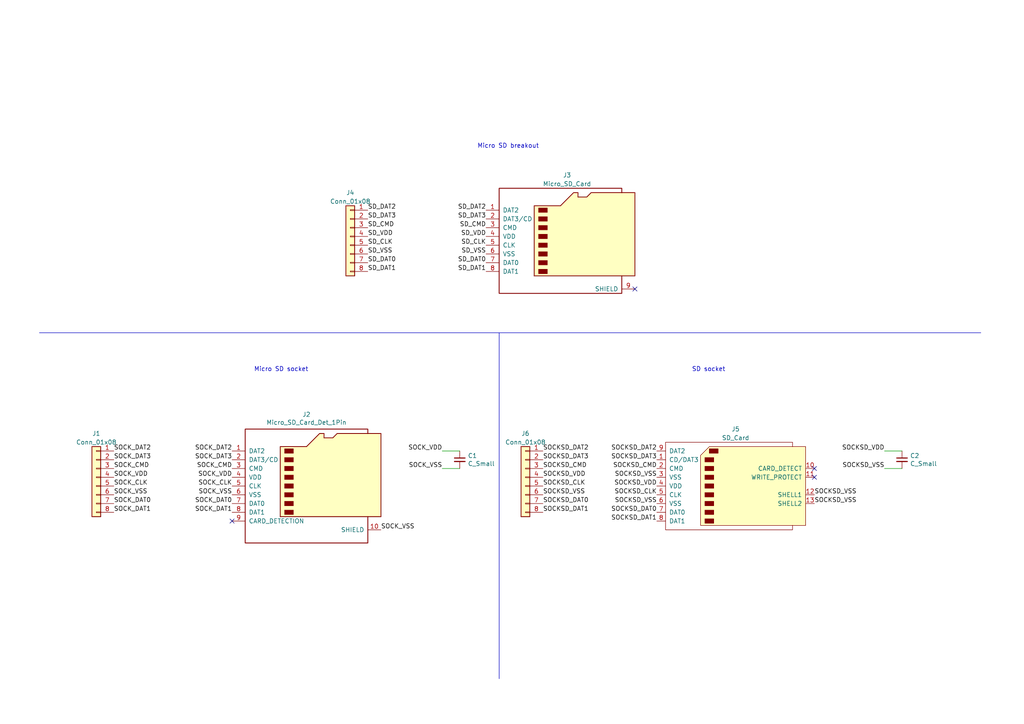
<source format=kicad_sch>
(kicad_sch (version 20230121) (generator eeschema)
  (paper "A4")
  (title_block (title "microSD breakout") (date "2023-05-26") (rev "1") (company "FLACO"))
  (lib_symbols
    (symbol "Connector:Micro_SD_Card" (pin_names (offset 1.016))
      (property "Reference" "J" (at -16.51 15.24 0))
      (property "Value" "Micro_SD_Card" (at 16.51 15.24 0))
      (symbol "Micro_SD_Card_0_1"
        (rectangle (start -7.62 -9.525) (end -5.08 -10.795) (fill (type outline)))
        (rectangle (start -7.62 -6.985) (end -5.08 -8.255) (fill (type outline)))
        (rectangle (start -7.62 -4.445) (end -5.08 -5.715) (fill (type outline)))
        (rectangle (start -7.62 -1.905) (end -5.08 -3.175) (fill (type outline)))
        (rectangle (start -7.62 0.635) (end -5.08 -0.635) (fill (type outline)))
        (rectangle (start -7.62 3.175) (end -5.08 1.905) (fill (type outline)))
        (rectangle (start -7.62 5.715) (end -5.08 4.445) (fill (type outline)))
        (rectangle (start -7.62 8.255) (end -5.08 6.985) (fill (type outline)))
        (polyline (pts (xy 16.51 12.7) (xy 16.51 13.97) (xy -19.05 13.97) (xy -19.05 -16.51) (xy 16.51 -16.51) (xy 16.51 -11.43)) (stroke (width 0.254)))
        (polyline (pts (xy -8.89 -11.43) (xy -8.89 8.89) (xy -1.27 8.89) (xy 2.54 12.7) (xy 3.81 12.7) (xy 3.81 11.43) (xy 6.35 11.43) (xy 7.62 12.7) (xy 20.32 12.7) (xy 20.32 -11.43) (xy -8.89 -11.43)) (stroke (width 0.254)) (fill (type background)))
      )
      (symbol "Micro_SD_Card_1_1"
        (pin bidirectional line (at -22.86 7.62 0) (length 3.81) (name "DAT2") (number "1"))
        (pin bidirectional line (at -22.86 5.08 0) (length 3.81) (name "DAT3/CD") (number "2"))
        (pin input line (at -22.86 2.54 0) (length 3.81) (name "CMD") (number "3"))
        (pin power_in line (at -22.86 0 0) (length 3.81) (name "VDD") (number "4"))
        (pin input line (at -22.86 -2.54 0) (length 3.81) (name "CLK") (number "5"))
        (pin power_in line (at -22.86 -5.08 0) (length 3.81) (name "VSS") (number "6"))
        (pin bidirectional line (at -22.86 -7.62 0) (length 3.81) (name "DAT0") (number "7"))
        (pin bidirectional line (at -22.86 -10.16 0) (length 3.81) (name "DAT1") (number "8"))
        (pin passive line (at 20.32 -15.24 180) (length 3.81) (name "SHIELD") (number "9"))
      )
    )
    (symbol "Connector:SD_Card" (pin_names (offset 1.016))
      (property "Reference" "J" (at -16.51 13.97 0))
      (property "Value" "SD_Card" (at 15.24 -13.97 0))
      (symbol "SD_Card_0_1"
        (rectangle (start -8.89 -9.525) (end -6.35 -10.795) (fill (type outline)))
        (rectangle (start -8.89 -6.985) (end -6.35 -8.255) (fill (type outline)))
        (rectangle (start -8.89 -4.445) (end -6.35 -5.715) (fill (type outline)))
        (rectangle (start -8.89 -1.905) (end -6.35 -3.175) (fill (type outline)))
        (rectangle (start -8.89 0.635) (end -6.35 -0.635) (fill (type outline)))
        (rectangle (start -8.89 3.175) (end -6.35 1.905) (fill (type outline)))
        (rectangle (start -8.89 5.715) (end -6.35 4.445) (fill (type outline)))
        (rectangle (start -8.89 8.255) (end -6.35 6.985) (fill (type outline)))
        (rectangle (start -7.62 10.795) (end -5.08 9.525) (fill (type outline)))
        (polyline (pts (xy -10.16 8.89) (xy -7.62 11.43) (xy 20.32 11.43) (xy 20.32 -11.43) (xy -10.16 -11.43) (xy -10.16 8.89)) (fill (type background)))
        (polyline (pts (xy 16.51 11.43) (xy 16.51 12.7) (xy -20.32 12.7) (xy -20.32 -12.7) (xy 16.51 -12.7) (xy 16.51 -11.43)))
      )
      (symbol "SD_Card_1_1"
        (pin input line (at -22.86 7.62 0) (length 2.54) (name "CD/DAT3") (number "1"))
        (pin input line (at 22.86 5.08 180) (length 2.54) (name "CARD_DETECT") (number "10"))
        (pin input line (at 22.86 2.54 180) (length 2.54) (name "WRITE_PROTECT") (number "11"))
        (pin input line (at 22.86 -2.54 180) (length 2.54) (name "SHELL1") (number "12"))
        (pin input line (at 22.86 -5.08 180) (length 2.54) (name "SHELL2") (number "13"))
        (pin input line (at -22.86 5.08 0) (length 2.54) (name "CMD") (number "2"))
        (pin power_in line (at -22.86 2.54 0) (length 2.54) (name "VSS") (number "3"))
        (pin power_in line (at -22.86 0 0) (length 2.54) (name "VDD") (number "4"))
        (pin input line (at -22.86 -2.54 0) (length 2.54) (name "CLK") (number "5"))
        (pin power_in line (at -22.86 -5.08 0) (length 2.54) (name "VSS") (number "6"))
        (pin input line (at -22.86 -7.62 0) (length 2.54) (name "DAT0") (number "7"))
        (pin input line (at -22.86 -10.16 0) (length 2.54) (name "DAT1") (number "8"))
        (pin input line (at -22.86 10.16 0) (length 2.54) (name "DAT2") (number "9"))
      )
    )
    (symbol "Connector_Generic:Conn_01x08" (pin_names (offset 1.016) hide)
      (property "Reference" "J" (at 0 10.16 0))
      (property "Value" "Conn_01x08" (at 0 -12.7 0))
      (symbol "Conn_01x08_1_1"
        (rectangle (start -1.27 -10.033) (end 0 -10.287) (stroke (width 0.1524)))
        (rectangle (start -1.27 -7.493) (end 0 -7.747) (stroke (width 0.1524)))
        (rectangle (start -1.27 -4.953) (end 0 -5.207) (stroke (width 0.1524)))
        (rectangle (start -1.27 -2.413) (end 0 -2.667) (stroke (width 0.1524)))
        (rectangle (start -1.27 0.127) (end 0 -0.127) (stroke (width 0.1524)))
        (rectangle (start -1.27 2.667) (end 0 2.413) (stroke (width 0.1524)))
        (rectangle (start -1.27 5.207) (end 0 4.953) (stroke (width 0.1524)))
        (rectangle (start -1.27 7.747) (end 0 7.493) (stroke (width 0.1524)))
        (rectangle (start -1.27 8.89) (end 1.27 -11.43) (stroke (width 0.254)) (fill (type background)))
        (pin passive line (at -5.08 7.62 0) (length 3.81) (name "Pin_1") (number "1"))
        (pin passive line (at -5.08 5.08 0) (length 3.81) (name "Pin_2") (number "2"))
        (pin passive line (at -5.08 2.54 0) (length 3.81) (name "Pin_3") (number "3"))
        (pin passive line (at -5.08 0 0) (length 3.81) (name "Pin_4") (number "4"))
        (pin passive line (at -5.08 -2.54 0) (length 3.81) (name "Pin_5") (number "5"))
        (pin passive line (at -5.08 -5.08 0) (length 3.81) (name "Pin_6") (number "6"))
        (pin passive line (at -5.08 -7.62 0) (length 3.81) (name "Pin_7") (number "7"))
        (pin passive line (at -5.08 -10.16 0) (length 3.81) (name "Pin_8") (number "8"))
      )
    )
    (symbol "Device:C_Small" (pin_numbers hide) (pin_names (offset 0.254) hide)
      (property "Reference" "C" (at 0.254 1.778 0))
      (property "Value" "C_Small" (at 0.254 -2.032 0))
      (symbol "C_Small_0_1"
        (polyline (pts (xy -1.524 -0.508) (xy 1.524 -0.508)) (stroke (width 0.3302)))
        (polyline (pts (xy -1.524 0.508) (xy 1.524 0.508)) (stroke (width 0.3048)))
      )
      (symbol "C_Small_1_1"
        (pin passive line (at 0 2.54 270) (length 2.032) (name "~") (number "1"))
        (pin passive line (at 0 -2.54 90) (length 2.032) (name "~") (number "2"))
      )
    )
    (symbol "Sassa:Micro_SD_Card_Det_1Pin" (pin_names (offset 1.016))
      (property "Reference" "J" (at -16.51 17.78 0))
      (property "Value" "Micro_SD_Card_Det_1Pin" (at 16.51 17.78 0))
      (symbol "Micro_SD_Card_Det_1Pin_0_1"
        (rectangle (start -7.62 -6.985) (end -5.08 -8.255) (fill (type outline)))
        (rectangle (start -7.62 -4.445) (end -5.08 -5.715) (fill (type outline)))
        (rectangle (start -7.62 -1.905) (end -5.08 -3.175) (fill (type outline)))
        (rectangle (start -7.62 0.635) (end -5.08 -0.635) (fill (type outline)))
        (rectangle (start -7.62 3.175) (end -5.08 1.905) (fill (type outline)))
        (rectangle (start -7.62 5.715) (end -5.08 4.445) (fill (type outline)))
        (rectangle (start -7.62 8.255) (end -5.08 6.985) (fill (type outline)))
        (rectangle (start -7.62 10.795) (end -5.08 9.525) (fill (type outline)))
        (polyline (pts (xy 16.51 15.24) (xy 16.51 16.51) (xy -19.05 16.51) (xy -19.05 -16.51) (xy 16.51 -16.51) (xy 16.51 -8.89)) (stroke (width 0.254)))
        (polyline (pts (xy -8.89 -8.89) (xy -8.89 11.43) (xy -1.27 11.43) (xy 2.54 15.24) (xy 3.81 15.24) (xy 3.81 13.97) (xy 6.35 13.97) (xy 7.62 15.24) (xy 20.32 15.24) (xy 20.32 -8.89) (xy -8.89 -8.89)) (stroke (width 0.254)) (fill (type background)))
      )
      (symbol "Micro_SD_Card_Det_1Pin_1_1"
        (pin bidirectional line (at -22.86 10.16 0) (length 3.81) (name "DAT2") (number "1"))
        (pin passive line (at 20.32 -12.7 180) (length 3.81) (name "SHIELD") (number "10"))
        (pin bidirectional line (at -22.86 7.62 0) (length 3.81) (name "DAT3/CD") (number "2"))
        (pin input line (at -22.86 5.08 0) (length 3.81) (name "CMD") (number "3"))
        (pin power_in line (at -22.86 2.54 0) (length 3.81) (name "VDD") (number "4"))
        (pin input line (at -22.86 0 0) (length 3.81) (name "CLK") (number "5"))
        (pin power_in line (at -22.86 -2.54 0) (length 3.81) (name "VSS") (number "6"))
        (pin input line (at -22.86 -5.08 0) (length 3.81) (name "DAT0") (number "7"))
        (pin input line (at -22.86 -7.62 0) (length 3.81) (name "DAT1") (number "8"))
        (pin passive line (at -22.86 -10.16 0) (length 3.81) (name "CARD_DETECTION") (number "9"))
      )
    )
  )
  (no_connect (at 184.15 83.82))
  (no_connect (at 236.22 138.43))
  (no_connect (at 236.22 135.89))
  (no_connect (at 67.31 151.13))
  (wire (pts (xy 256.54 135.89) (xy 261.62 135.89)))
  (wire (pts (xy 256.54 130.81) (xy 261.62 130.81)))
  (wire (pts (xy 128.27 135.89) (xy 133.35 135.89)))
  (polyline (pts (xy 11.43 96.52) (xy 284.48 96.52)))
  (polyline (pts (xy 144.78 96.52) (xy 144.78 196.85)))
  (wire (pts (xy 128.27 130.81) (xy 133.35 130.81)))
  (text "Micro SD breakout" (at 138.43 43.18 0) (effects (font (size 1.27 1.27)) (justify left bottom)))
  (text "SD socket" (at 200.66 107.95 0) (effects (font (size 1.27 1.27)) (justify left bottom)))
  (text "Micro SD socket" (at 73.66 107.95 0) (effects (font (size 1.27 1.27)) (justify left bottom)))
  (label "SOCK_VSS" (at 128.27 135.89 180))
  (label "SOCKSD_VSS" (at 190.5 138.43 180))
  (label "SD_DAT1" (at 140.97 78.74 180))
  (label "SOCK_DAT1" (at 67.31 148.59 180))
  (label "SOCK_DAT3" (at 33.02 133.35 0))
  (label "SOCKSD_VSS" (at 157.48 143.51 0))
  (label "SOCK_DAT2" (at 33.02 130.81 0))
  (label "SOCK_DAT3" (at 67.31 133.35 180))
  (label "SOCKSD_VDD" (at 190.5 140.97 180))
  (label "SOCKSD_VSS" (at 190.5 146.05 180))
  (label "SOCKSD_CMD" (at 190.5 135.89 180))
  (label "SOCK_CLK" (at 67.31 140.97 180))
  (label "SOCK_DAT0" (at 33.02 146.05 0))
  (label "SD_CMD" (at 106.68 66.04 0))
  (label "SD_DAT1" (at 106.68 78.74 0))
  (label "SOCKSD_DAT0" (at 157.48 146.05 0))
  (label "SOCK_VSS" (at 67.31 143.51 180))
  (label "SD_VSS" (at 106.68 73.66 0))
  (label "SOCKSD_DAT2" (at 190.5 130.81 180))
  (label "SOCK_DAT0" (at 67.31 146.05 180))
  (label "SOCK_VDD" (at 128.27 130.81 180))
  (label "SD_CLK" (at 140.97 71.12 180))
  (label "SD_CLK" (at 106.68 71.12 0))
  (label "SOCK_VDD" (at 67.31 138.43 180))
  (label "SOCKSD_CLK" (at 190.5 143.51 180))
  (label "SOCK_DAT1" (at 33.02 148.59 0))
  (label "SOCKSD_DAT3" (at 157.48 133.35 0))
  (label "SOCKSD_CLK" (at 157.48 140.97 0))
  (label "SD_VDD" (at 106.68 68.58 0))
  (label "SOCKSD_VSS" (at 236.22 146.05 0))
  (label "SOCK_VSS" (at 33.02 143.51 0))
  (label "SD_DAT2" (at 140.97 60.96 180))
  (label "SOCKSD_VSS" (at 256.54 135.89 180))
  (label "SOCKSD_VDD" (at 256.54 130.81 180))
  (label "SOCKSD_DAT1" (at 157.48 148.59 0))
  (label "SOCK_VDD" (at 33.02 138.43 0))
  (label "SOCKSD_CMD" (at 157.48 135.89 0))
  (label "SD_DAT0" (at 140.97 76.2 180))
  (label "SOCKSD_DAT0" (at 190.5 148.59 180))
  (label "SOCK_CLK" (at 33.02 140.97 0))
  (label "SOCKSD_DAT3" (at 190.5 133.35 180))
  (label "SOCK_DAT2" (at 67.31 130.81 180))
  (label "SOCKSD_DAT1" (at 190.5 151.13 180))
  (label "SD_VSS" (at 140.97 73.66 180))
  (label "SOCK_VSS" (at 110.49 153.67 0))
  (label "SD_DAT2" (at 106.68 60.96 0))
  (label "SOCKSD_VSS" (at 236.22 143.51 0))
  (label "SOCKSD_DAT2" (at 157.48 130.81 0))
  (label "SOCKSD_VDD" (at 157.48 138.43 0))
  (label "SD_CMD" (at 140.97 66.04 180))
  (label "SD_DAT0" (at 106.68 76.2 0))
  (label "SD_DAT3" (at 106.68 63.5 0))
  (label "SD_VDD" (at 140.97 68.58 180))
  (label "SD_DAT3" (at 140.97 63.5 180))
  (label "SOCK_CMD" (at 33.02 135.89 0))
  (label "SOCK_CMD" (at 67.31 135.89 180))
  (symbol (lib_id "Device:C_Small") (at 133.35 133.35 0) (unit 1)
    (property "Reference" "C1" (at 135.6868 132.1816 0) (effects (justify left)))
    (property "Value" "C_Small" (at 135.6868 134.493 0) (effects (justify left)))
    (property "Footprint" "Capacitor_SMD:C_0805_2012Metric" (effects hide))
  )
  (symbol (lib_id "Connector_Generic:Conn_01x08") (at 152.4 138.43 0) (mirror y) (unit 1)
    (property "Reference" "J6" (at 152.4 125.73 0))
    (property "Value" "Conn_01x08" (at 152.4 128.27 0))
    (property "Footprint" "Connector_PinHeader_1.27mm:PinHeader_1x08_P1.27mm_Vertical" (effects hide))
  )
  (symbol (lib_id "Connector_Generic:Conn_01x08") (at 27.94 138.43 0) (mirror y) (unit 1)
    (property "Reference" "J1" (at 27.94 125.73 0))
    (property "Value" "Conn_01x08" (at 27.94 128.27 0))
    (property "Footprint" "Connector_PinHeader_1.27mm:PinHeader_1x08_P1.27mm_Vertical" (effects hide))
  )
  (symbol (lib_id "Connector_Generic:Conn_01x08") (at 101.6 68.58 0) (mirror y) (unit 1)
    (property "Reference" "J4" (at 101.6 55.88 0))
    (property "Value" "Conn_01x08" (at 101.6 58.42 0))
    (property "Footprint" "Connector_PinHeader_1.27mm:PinHeader_1x08_P1.27mm_Vertical" (effects hide))
  )
  (symbol (lib_id "Connector:SD_Card") (at 213.36 140.97 0) (unit 1)
    (property "Reference" "J5" (at 213.36 124.46 0))
    (property "Value" "SD_Card" (at 213.36 127 0))
    (property "Footprint" "Sassa:Conn_SDcard" (effects hide))
    (property "Datasheet" "http://portal.fciconnect.com/Comergent//fci/drawing/10067847.pdf" (effects hide))
  )
  (symbol (lib_id "Connector:Micro_SD_Card") (at 163.83 68.58 0) (unit 1)
    (property "Reference" "J3" (at 164.465 50.8 0))
    (property "Value" "Micro_SD_Card" (at 164.465 53.34 0))
    (property "Footprint" "Sassa:Micro_SD" (effects hide))
    (property "Datasheet" "http://katalog.we-online.de/em/datasheet/693072010801.pdf" (effects hide))
  )
  (symbol (lib_id "Device:C_Small") (at 261.62 133.35 0) (unit 1)
    (property "Reference" "C2" (at 263.9568 132.1816 0) (effects (justify left)))
    (property "Value" "C_Small" (at 263.9568 134.493 0) (effects (justify left)))
    (property "Footprint" "Capacitor_SMD:C_0805_2012Metric" (effects hide))
  )
  (symbol (lib_id "Sassa:Micro_SD_Card_Det_1Pin") (at 90.17 140.97 0) (unit 1)
    (property "Reference" "J2" (at 88.9 120.2182 0))
    (property "Value" "Micro_SD_Card_Det_1Pin" (at 88.9 122.5296 0))
    (property "Footprint" "Sassa:TFP09-2-12B" (effects hide))
    (property "Datasheet" "https://www.hirose.com/product/en/download_file/key_name/DM3/category/Catalog/doc_file_id/49662/?file_category_id=4&item_id=195&is_series=1" (effects hide))
  )
)
</source>
